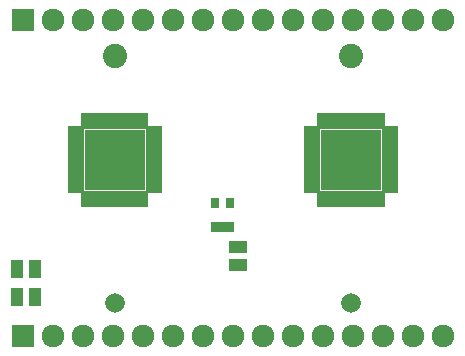
<source format=gbs>
G04 (created by PCBNEW (2013-mar-13)-testing) date Mon 26 Aug 2013 08:11:51 AM PDT*
%MOIN*%
G04 Gerber Fmt 3.4, Leading zero omitted, Abs format*
%FSLAX34Y34*%
G01*
G70*
G90*
G04 APERTURE LIST*
%ADD10C,0.005906*%
%ADD11R,0.053148X0.027548*%
%ADD12R,0.203948X0.203948*%
%ADD13R,0.027548X0.053148*%
%ADD14R,0.027748X0.035748*%
%ADD15R,0.075748X0.075748*%
%ADD16C,0.075748*%
%ADD17R,0.040748X0.060748*%
%ADD18R,0.060748X0.040748*%
%ADD19C,0.080748*%
%ADD20C,0.065748*%
G04 APERTURE END LIST*
G54D10*
G54D11*
X24931Y-26575D03*
X24931Y-26772D03*
X24931Y-26968D03*
X24931Y-27165D03*
X24931Y-27362D03*
X24931Y-27559D03*
X24931Y-27756D03*
X24931Y-27953D03*
X24931Y-28150D03*
X24931Y-28346D03*
X24931Y-28543D03*
G54D12*
X23622Y-27559D03*
G54D13*
X24606Y-28868D03*
X24409Y-28868D03*
X24213Y-28868D03*
X24016Y-28868D03*
X23819Y-28868D03*
X23622Y-28868D03*
X23425Y-28868D03*
X23228Y-28868D03*
X23031Y-28868D03*
X22835Y-28868D03*
X22638Y-28868D03*
G54D11*
X22313Y-28543D03*
X22313Y-28346D03*
X22313Y-28150D03*
X22313Y-27953D03*
X22313Y-27756D03*
X22313Y-27559D03*
X22313Y-27362D03*
X22313Y-27165D03*
X22313Y-26968D03*
X22313Y-26772D03*
X22313Y-26575D03*
G54D13*
X22638Y-26250D03*
X22835Y-26250D03*
X23031Y-26250D03*
X23228Y-26250D03*
X23425Y-26250D03*
X23622Y-26250D03*
X23819Y-26250D03*
X24016Y-26250D03*
X24213Y-26250D03*
X24409Y-26250D03*
X24606Y-26250D03*
G54D14*
X27454Y-29809D03*
X26954Y-29809D03*
X27454Y-29009D03*
X27204Y-29809D03*
X26954Y-29009D03*
G54D11*
X32805Y-26575D03*
X32805Y-26772D03*
X32805Y-26968D03*
X32805Y-27165D03*
X32805Y-27362D03*
X32805Y-27559D03*
X32805Y-27756D03*
X32805Y-27953D03*
X32805Y-28150D03*
X32805Y-28346D03*
X32805Y-28543D03*
G54D12*
X31496Y-27559D03*
G54D13*
X32480Y-28868D03*
X32283Y-28868D03*
X32087Y-28868D03*
X31890Y-28868D03*
X31693Y-28868D03*
X31496Y-28868D03*
X31299Y-28868D03*
X31102Y-28868D03*
X30905Y-28868D03*
X30709Y-28868D03*
X30512Y-28868D03*
G54D11*
X30187Y-28543D03*
X30187Y-28346D03*
X30187Y-28150D03*
X30187Y-27953D03*
X30187Y-27756D03*
X30187Y-27559D03*
X30187Y-27362D03*
X30187Y-27165D03*
X30187Y-26968D03*
X30187Y-26772D03*
X30187Y-26575D03*
G54D13*
X30512Y-26250D03*
X30709Y-26250D03*
X30905Y-26250D03*
X31102Y-26250D03*
X31299Y-26250D03*
X31496Y-26250D03*
X31693Y-26250D03*
X31890Y-26250D03*
X32087Y-26250D03*
X32283Y-26250D03*
X32480Y-26250D03*
G54D15*
X20559Y-33433D03*
G54D16*
X21559Y-33433D03*
X22559Y-33433D03*
X23559Y-33433D03*
X24559Y-33433D03*
X25559Y-33433D03*
X26559Y-33433D03*
X27559Y-33433D03*
X28559Y-33433D03*
X29559Y-33433D03*
X30559Y-33433D03*
X31559Y-33433D03*
X32559Y-33433D03*
X33559Y-33433D03*
X34559Y-33433D03*
G54D15*
X20559Y-22893D03*
G54D16*
X21559Y-22893D03*
X22559Y-22893D03*
X23559Y-22893D03*
X24559Y-22893D03*
X25559Y-22893D03*
X26559Y-22893D03*
X27559Y-22893D03*
X28559Y-22893D03*
X29559Y-22893D03*
X30559Y-22893D03*
X31559Y-22893D03*
X32559Y-22893D03*
X33559Y-22893D03*
X34559Y-22893D03*
G54D17*
X20369Y-32125D03*
X20969Y-32125D03*
G54D18*
X27716Y-30467D03*
X27716Y-31067D03*
G54D17*
X20369Y-31181D03*
X20969Y-31181D03*
G54D19*
X23622Y-24088D03*
G54D20*
X23622Y-32328D03*
G54D19*
X31496Y-24088D03*
G54D20*
X31496Y-32328D03*
M02*

</source>
